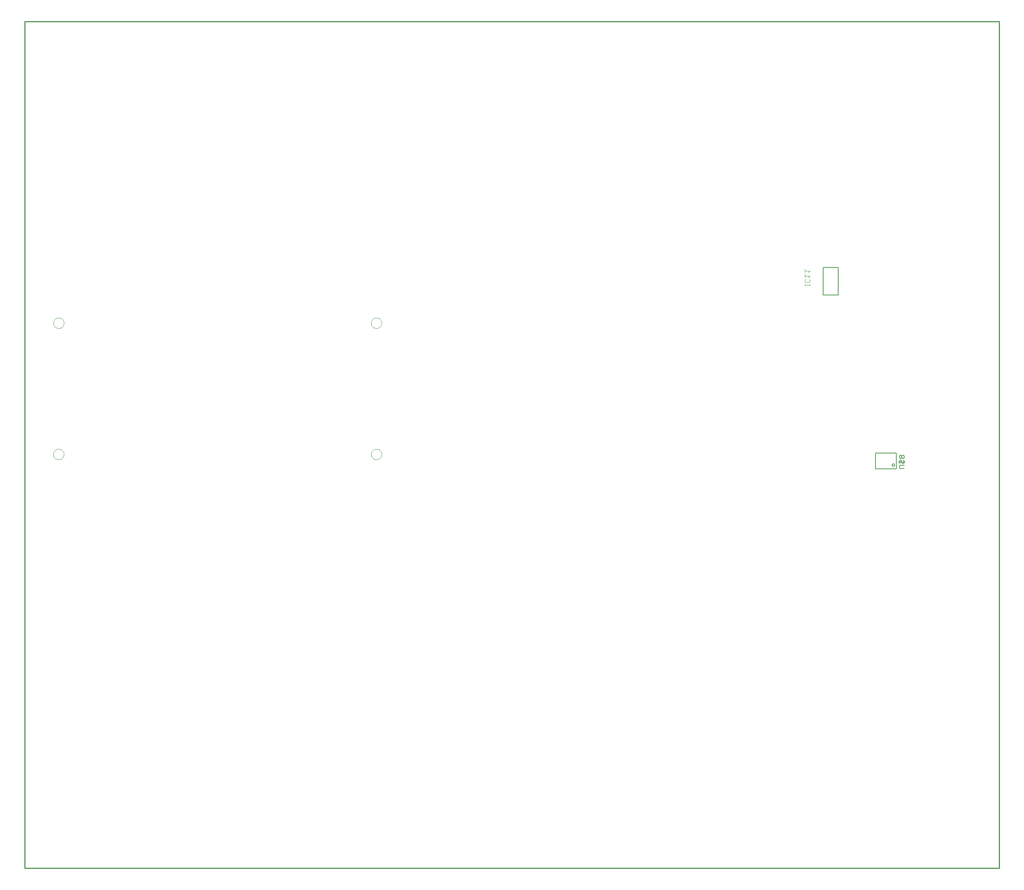
<source format=gbr>
G75*
%MOIN*%
%OFA0B0*%
%FSLAX24Y24*%
%IPPOS*%
%LPD*%
%AMOC8*
5,1,8,0,0,1.08239X$1,22.5*
%
%ADD10C,0.0100*%
%ADD11C,0.0000*%
%ADD12C,0.0050*%
%ADD13C,0.0080*%
%ADD14C,0.0040*%
D10*
X002450Y003050D02*
X002450Y081790D01*
X093001Y081790D01*
X093001Y003050D01*
X002450Y003050D01*
D11*
X005094Y041548D02*
X005096Y041592D01*
X005102Y041636D01*
X005112Y041679D01*
X005125Y041721D01*
X005143Y041761D01*
X005164Y041800D01*
X005188Y041837D01*
X005215Y041872D01*
X005246Y041904D01*
X005279Y041933D01*
X005315Y041959D01*
X005353Y041981D01*
X005393Y042000D01*
X005434Y042016D01*
X005477Y042028D01*
X005520Y042036D01*
X005564Y042040D01*
X005608Y042040D01*
X005652Y042036D01*
X005695Y042028D01*
X005738Y042016D01*
X005779Y042000D01*
X005819Y041981D01*
X005857Y041959D01*
X005893Y041933D01*
X005926Y041904D01*
X005957Y041872D01*
X005984Y041837D01*
X006008Y041800D01*
X006029Y041761D01*
X006047Y041721D01*
X006060Y041679D01*
X006070Y041636D01*
X006076Y041592D01*
X006078Y041548D01*
X006076Y041504D01*
X006070Y041460D01*
X006060Y041417D01*
X006047Y041375D01*
X006029Y041335D01*
X006008Y041296D01*
X005984Y041259D01*
X005957Y041224D01*
X005926Y041192D01*
X005893Y041163D01*
X005857Y041137D01*
X005819Y041115D01*
X005779Y041096D01*
X005738Y041080D01*
X005695Y041068D01*
X005652Y041060D01*
X005608Y041056D01*
X005564Y041056D01*
X005520Y041060D01*
X005477Y041068D01*
X005434Y041080D01*
X005393Y041096D01*
X005353Y041115D01*
X005315Y041137D01*
X005279Y041163D01*
X005246Y041192D01*
X005215Y041224D01*
X005188Y041259D01*
X005164Y041296D01*
X005143Y041335D01*
X005125Y041375D01*
X005112Y041417D01*
X005102Y041460D01*
X005096Y041504D01*
X005094Y041548D01*
X005094Y053752D02*
X005096Y053796D01*
X005102Y053840D01*
X005112Y053883D01*
X005125Y053925D01*
X005143Y053965D01*
X005164Y054004D01*
X005188Y054041D01*
X005215Y054076D01*
X005246Y054108D01*
X005279Y054137D01*
X005315Y054163D01*
X005353Y054185D01*
X005393Y054204D01*
X005434Y054220D01*
X005477Y054232D01*
X005520Y054240D01*
X005564Y054244D01*
X005608Y054244D01*
X005652Y054240D01*
X005695Y054232D01*
X005738Y054220D01*
X005779Y054204D01*
X005819Y054185D01*
X005857Y054163D01*
X005893Y054137D01*
X005926Y054108D01*
X005957Y054076D01*
X005984Y054041D01*
X006008Y054004D01*
X006029Y053965D01*
X006047Y053925D01*
X006060Y053883D01*
X006070Y053840D01*
X006076Y053796D01*
X006078Y053752D01*
X006076Y053708D01*
X006070Y053664D01*
X006060Y053621D01*
X006047Y053579D01*
X006029Y053539D01*
X006008Y053500D01*
X005984Y053463D01*
X005957Y053428D01*
X005926Y053396D01*
X005893Y053367D01*
X005857Y053341D01*
X005819Y053319D01*
X005779Y053300D01*
X005738Y053284D01*
X005695Y053272D01*
X005652Y053264D01*
X005608Y053260D01*
X005564Y053260D01*
X005520Y053264D01*
X005477Y053272D01*
X005434Y053284D01*
X005393Y053300D01*
X005353Y053319D01*
X005315Y053341D01*
X005279Y053367D01*
X005246Y053396D01*
X005215Y053428D01*
X005188Y053463D01*
X005164Y053500D01*
X005143Y053539D01*
X005125Y053579D01*
X005112Y053621D01*
X005102Y053664D01*
X005096Y053708D01*
X005094Y053752D01*
X034622Y053752D02*
X034624Y053796D01*
X034630Y053840D01*
X034640Y053883D01*
X034653Y053925D01*
X034671Y053965D01*
X034692Y054004D01*
X034716Y054041D01*
X034743Y054076D01*
X034774Y054108D01*
X034807Y054137D01*
X034843Y054163D01*
X034881Y054185D01*
X034921Y054204D01*
X034962Y054220D01*
X035005Y054232D01*
X035048Y054240D01*
X035092Y054244D01*
X035136Y054244D01*
X035180Y054240D01*
X035223Y054232D01*
X035266Y054220D01*
X035307Y054204D01*
X035347Y054185D01*
X035385Y054163D01*
X035421Y054137D01*
X035454Y054108D01*
X035485Y054076D01*
X035512Y054041D01*
X035536Y054004D01*
X035557Y053965D01*
X035575Y053925D01*
X035588Y053883D01*
X035598Y053840D01*
X035604Y053796D01*
X035606Y053752D01*
X035604Y053708D01*
X035598Y053664D01*
X035588Y053621D01*
X035575Y053579D01*
X035557Y053539D01*
X035536Y053500D01*
X035512Y053463D01*
X035485Y053428D01*
X035454Y053396D01*
X035421Y053367D01*
X035385Y053341D01*
X035347Y053319D01*
X035307Y053300D01*
X035266Y053284D01*
X035223Y053272D01*
X035180Y053264D01*
X035136Y053260D01*
X035092Y053260D01*
X035048Y053264D01*
X035005Y053272D01*
X034962Y053284D01*
X034921Y053300D01*
X034881Y053319D01*
X034843Y053341D01*
X034807Y053367D01*
X034774Y053396D01*
X034743Y053428D01*
X034716Y053463D01*
X034692Y053500D01*
X034671Y053539D01*
X034653Y053579D01*
X034640Y053621D01*
X034630Y053664D01*
X034624Y053708D01*
X034622Y053752D01*
X034622Y041548D02*
X034624Y041592D01*
X034630Y041636D01*
X034640Y041679D01*
X034653Y041721D01*
X034671Y041761D01*
X034692Y041800D01*
X034716Y041837D01*
X034743Y041872D01*
X034774Y041904D01*
X034807Y041933D01*
X034843Y041959D01*
X034881Y041981D01*
X034921Y042000D01*
X034962Y042016D01*
X035005Y042028D01*
X035048Y042036D01*
X035092Y042040D01*
X035136Y042040D01*
X035180Y042036D01*
X035223Y042028D01*
X035266Y042016D01*
X035307Y042000D01*
X035347Y041981D01*
X035385Y041959D01*
X035421Y041933D01*
X035454Y041904D01*
X035485Y041872D01*
X035512Y041837D01*
X035536Y041800D01*
X035557Y041761D01*
X035575Y041721D01*
X035588Y041679D01*
X035598Y041636D01*
X035604Y041592D01*
X035606Y041548D01*
X035604Y041504D01*
X035598Y041460D01*
X035588Y041417D01*
X035575Y041375D01*
X035557Y041335D01*
X035536Y041296D01*
X035512Y041259D01*
X035485Y041224D01*
X035454Y041192D01*
X035421Y041163D01*
X035385Y041137D01*
X035347Y041115D01*
X035307Y041096D01*
X035266Y041080D01*
X035223Y041068D01*
X035180Y041060D01*
X035136Y041056D01*
X035092Y041056D01*
X035048Y041060D01*
X035005Y041068D01*
X034962Y041080D01*
X034921Y041096D01*
X034881Y041115D01*
X034843Y041137D01*
X034807Y041163D01*
X034774Y041192D01*
X034743Y041224D01*
X034716Y041259D01*
X034692Y041296D01*
X034671Y041335D01*
X034653Y041375D01*
X034640Y041417D01*
X034630Y041460D01*
X034624Y041504D01*
X034622Y041548D01*
D12*
X081505Y041659D02*
X081505Y040202D01*
X083434Y040202D01*
X083434Y041659D01*
X081505Y041659D01*
X083048Y040556D02*
X083050Y040576D01*
X083055Y040596D01*
X083065Y040614D01*
X083077Y040631D01*
X083092Y040645D01*
X083110Y040655D01*
X083129Y040663D01*
X083149Y040667D01*
X083169Y040667D01*
X083189Y040663D01*
X083208Y040655D01*
X083226Y040645D01*
X083241Y040631D01*
X083253Y040614D01*
X083263Y040596D01*
X083268Y040576D01*
X083270Y040556D01*
X083268Y040536D01*
X083263Y040516D01*
X083253Y040498D01*
X083241Y040481D01*
X083226Y040467D01*
X083208Y040457D01*
X083189Y040449D01*
X083169Y040445D01*
X083149Y040445D01*
X083129Y040449D01*
X083110Y040457D01*
X083092Y040467D01*
X083077Y040481D01*
X083065Y040498D01*
X083055Y040516D01*
X083050Y040536D01*
X083048Y040556D01*
X083650Y040836D02*
X084250Y040836D01*
X084175Y040911D02*
X084100Y040986D01*
X084175Y040911D02*
X084175Y040760D01*
X084100Y040685D01*
X084025Y040685D01*
X083950Y040760D01*
X083950Y040911D01*
X083875Y040986D01*
X083800Y040986D01*
X083725Y040911D01*
X083725Y040760D01*
X083800Y040685D01*
X083800Y040525D02*
X084175Y040525D01*
X084175Y040225D02*
X083800Y040225D01*
X083725Y040300D01*
X083725Y040450D01*
X083800Y040525D01*
X083800Y041146D02*
X083875Y041146D01*
X083950Y041221D01*
X083950Y041371D01*
X083875Y041446D01*
X083800Y041446D01*
X083725Y041371D01*
X083725Y041221D01*
X083800Y041146D01*
X083950Y041221D02*
X084025Y041146D01*
X084100Y041146D01*
X084175Y041221D01*
X084175Y041371D01*
X084100Y041446D01*
X084025Y041446D01*
X083950Y041371D01*
D13*
X078050Y056360D02*
X076650Y056360D01*
X076650Y058940D01*
X078050Y058940D01*
X078050Y056360D01*
D14*
X075400Y057222D02*
X075400Y057375D01*
X075400Y057299D02*
X074940Y057299D01*
X074940Y057375D02*
X074940Y057222D01*
X075017Y057529D02*
X074940Y057606D01*
X074940Y057759D01*
X075017Y057836D01*
X074940Y057989D02*
X074940Y058296D01*
X074940Y058143D02*
X075400Y058143D01*
X075247Y057989D01*
X075324Y057836D02*
X075400Y057759D01*
X075400Y057606D01*
X075324Y057529D01*
X075017Y057529D01*
X074940Y058450D02*
X074940Y058757D01*
X074940Y058603D02*
X075400Y058603D01*
X075247Y058450D01*
M02*

</source>
